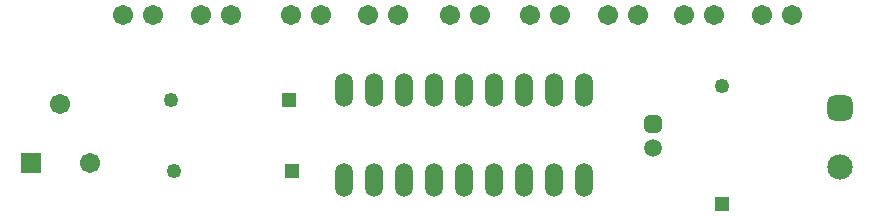
<source format=gts>
G04*
G04 #@! TF.GenerationSoftware,Altium Limited,Altium Designer,24.1.2 (44)*
G04*
G04 Layer_Color=8388736*
%FSLAX44Y44*%
%MOMM*%
G71*
G04*
G04 #@! TF.SameCoordinates,BB3BFAEA-7057-47C7-AC08-6295CB7027F8*
G04*
G04*
G04 #@! TF.FilePolarity,Negative*
G04*
G01*
G75*
%ADD14O,1.5240X2.8448*%
%ADD15C,1.7032*%
%ADD16C,1.2500*%
%ADD17R,1.2500X1.2500*%
%ADD18R,1.2500X1.2500*%
%ADD19C,2.1532*%
G04:AMPARAMS|DCode=20|XSize=2.1532mm|YSize=2.1532mm|CornerRadius=0.5891mm|HoleSize=0mm|Usage=FLASHONLY|Rotation=270.000|XOffset=0mm|YOffset=0mm|HoleType=Round|Shape=RoundedRectangle|*
%AMROUNDEDRECTD20*
21,1,2.1532,0.9750,0,0,270.0*
21,1,0.9750,2.1532,0,0,270.0*
1,1,1.1782,-0.4875,-0.4875*
1,1,1.1782,-0.4875,0.4875*
1,1,1.1782,0.4875,0.4875*
1,1,1.1782,0.4875,-0.4875*
%
%ADD20ROUNDEDRECTD20*%
%ADD21C,1.5032*%
G04:AMPARAMS|DCode=22|XSize=1.5032mm|YSize=1.5032mm|CornerRadius=0.4266mm|HoleSize=0mm|Usage=FLASHONLY|Rotation=90.000|XOffset=0mm|YOffset=0mm|HoleType=Round|Shape=RoundedRectangle|*
%AMROUNDEDRECTD22*
21,1,1.5032,0.6500,0,0,90.0*
21,1,0.6500,1.5032,0,0,90.0*
1,1,0.8532,0.3250,0.3250*
1,1,0.8532,0.3250,-0.3250*
1,1,0.8532,-0.3250,-0.3250*
1,1,0.8532,-0.3250,0.3250*
%
%ADD22ROUNDEDRECTD22*%
%ADD23R,1.7112X1.7112*%
%ADD24C,1.7112*%
D14*
X307340Y147320D02*
D03*
X332740D02*
D03*
X358140D02*
D03*
X383540D02*
D03*
X434340D02*
D03*
X459740D02*
D03*
X485140D02*
D03*
X510540D02*
D03*
Y71120D02*
D03*
X408940D02*
D03*
X434340D02*
D03*
X383540D02*
D03*
X358140D02*
D03*
X485140D02*
D03*
X459740D02*
D03*
X332740D02*
D03*
X307340D02*
D03*
X408940Y147320D02*
D03*
D15*
X530860Y210820D02*
D03*
X556260D02*
D03*
X327660D02*
D03*
X353060D02*
D03*
X262890D02*
D03*
X288290D02*
D03*
X397510D02*
D03*
X422910D02*
D03*
X464820D02*
D03*
X490220D02*
D03*
X595630D02*
D03*
X621030D02*
D03*
X661670D02*
D03*
X687070D02*
D03*
X120650D02*
D03*
X146050D02*
D03*
X186690D02*
D03*
X212090D02*
D03*
D16*
X627380Y150330D02*
D03*
X163360Y78740D02*
D03*
X160820Y138430D02*
D03*
D17*
X627380Y50330D02*
D03*
D18*
X263360Y78740D02*
D03*
X260820Y138430D02*
D03*
D19*
X727710Y82080D02*
D03*
D20*
Y132080D02*
D03*
D21*
X568960Y98110D02*
D03*
D22*
Y118110D02*
D03*
D23*
X42310Y85490D02*
D03*
D24*
X67310Y135490D02*
D03*
X92310Y85490D02*
D03*
M02*

</source>
